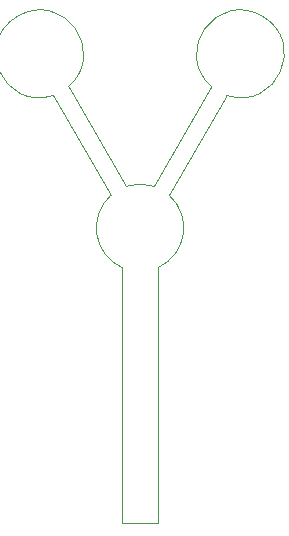
<source format=gbr>
%TF.GenerationSoftware,KiCad,Pcbnew,8.0.8-8.0.8-0~ubuntu22.04.1*%
%TF.CreationDate,2025-03-19T14:39:25-04:00*%
%TF.ProjectId,hpk_5mm,68706b5f-356d-46d2-9e6b-696361645f70,rev?*%
%TF.SameCoordinates,Original*%
%TF.FileFunction,Profile,NP*%
%FSLAX46Y46*%
G04 Gerber Fmt 4.6, Leading zero omitted, Abs format (unit mm)*
G04 Created by KiCad (PCBNEW 8.0.8-8.0.8-0~ubuntu22.04.1) date 2025-03-19 14:39:25*
%MOMM*%
%LPD*%
G01*
G04 APERTURE LIST*
%TA.AperFunction,Profile*%
%ADD10C,0.025400*%
%TD*%
G04 APERTURE END LIST*
D10*
X148966949Y-78485457D02*
X153843724Y-70038882D01*
X147667919Y-77735443D02*
X152544695Y-69288866D01*
X145005800Y-84630507D02*
X145005800Y-106248200D01*
X140466906Y-69288867D02*
X145343681Y-77735442D01*
X145343681Y-77735442D02*
G75*
G02*
X147667919Y-77735442I1162119J-3512758D01*
G01*
X139167876Y-70038883D02*
G75*
G02*
X140466919Y-69288881I-1162076J3512783D01*
G01*
X148966949Y-78485457D02*
G75*
G02*
X148005800Y-84630507I-2461149J-2762743D01*
G01*
X145005800Y-84630507D02*
G75*
G02*
X144044651Y-78485457I1500000J3382307D01*
G01*
X139167876Y-70038883D02*
X144044652Y-78485458D01*
X148005800Y-84630507D02*
X148005800Y-106248200D01*
X148005800Y-106248200D02*
X145005800Y-106248200D01*
X152544695Y-69288866D02*
G75*
G02*
X153843730Y-70038863I2461105J2762766D01*
G01*
M02*

</source>
